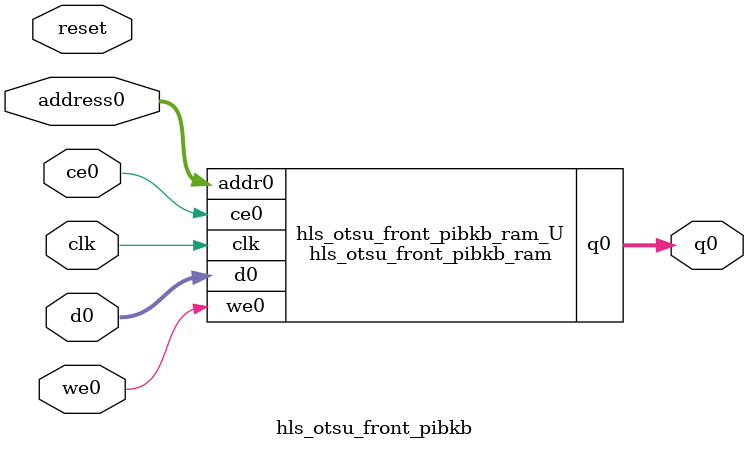
<source format=v>

`timescale 1 ns / 1 ps
module hls_otsu_front_pibkb_ram (addr0, ce0, d0, we0, q0,  clk);

parameter DWIDTH = 20;
parameter AWIDTH = 8;
parameter MEM_SIZE = 256;

input[AWIDTH-1:0] addr0;
input ce0;
input[DWIDTH-1:0] d0;
input we0;
output reg[DWIDTH-1:0] q0;
input clk;

(* ram_style = "block" *)reg [DWIDTH-1:0] ram[0:MEM_SIZE-1];




always @(posedge clk)  
begin 
    if (ce0) 
    begin
        if (we0) 
        begin 
            ram[addr0] <= d0; 
            q0 <= d0;
        end 
        else 
            q0 <= ram[addr0];
    end
end


endmodule


`timescale 1 ns / 1 ps
module hls_otsu_front_pibkb(
    reset,
    clk,
    address0,
    ce0,
    we0,
    d0,
    q0);

parameter DataWidth = 32'd20;
parameter AddressRange = 32'd256;
parameter AddressWidth = 32'd8;
input reset;
input clk;
input[AddressWidth - 1:0] address0;
input ce0;
input we0;
input[DataWidth - 1:0] d0;
output[DataWidth - 1:0] q0;



hls_otsu_front_pibkb_ram hls_otsu_front_pibkb_ram_U(
    .clk( clk ),
    .addr0( address0 ),
    .ce0( ce0 ),
    .d0( d0 ),
    .we0( we0 ),
    .q0( q0 ));

endmodule


</source>
